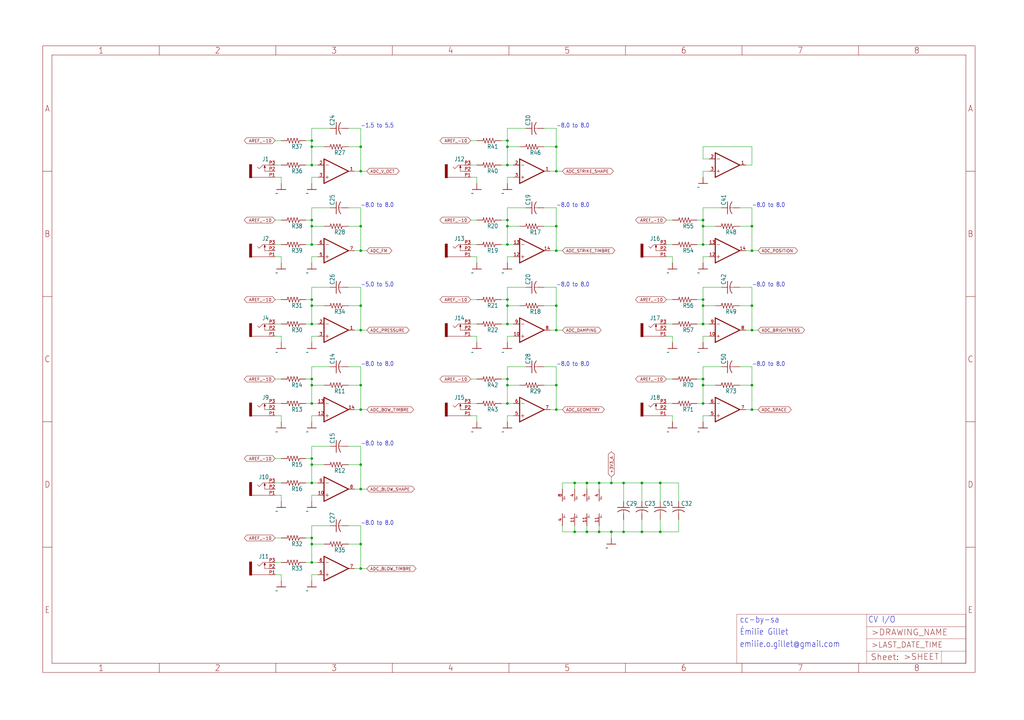
<source format=kicad_sch>
(kicad_sch (version 20211123) (generator eeschema)
  (paper "User" 425.45 299.161)
  (lib_symbols
    (symbol "elements_v02-eagle-import:A3L-LOC"
      (symbol "A3L-LOC_0_0"
        (text "1" (at 24.2094 1.905 0) (effects (font (size 2.54 2.286))))
        (text "1" (at 24.2094 258.445 0) (effects (font (size 2.54 2.286))))
        (text "2" (at 72.6281 1.905 0) (effects (font (size 2.54 2.286))))
        (text "2" (at 72.6281 258.445 0) (effects (font (size 2.54 2.286))))
        (text "3" (at 121.0469 1.905 0) (effects (font (size 2.54 2.286))))
        (text "3" (at 121.0469 258.445 0) (effects (font (size 2.54 2.286))))
        (text "4" (at 169.4656 1.905 0) (effects (font (size 2.54 2.286))))
        (text "4" (at 169.4656 258.445 0) (effects (font (size 2.54 2.286))))
        (text "5" (at 217.8844 1.905 0) (effects (font (size 2.54 2.286))))
        (text "5" (at 217.8844 258.445 0) (effects (font (size 2.54 2.286))))
        (text "6" (at 266.3031 1.905 0) (effects (font (size 2.54 2.286))))
        (text "6" (at 266.3031 258.445 0) (effects (font (size 2.54 2.286))))
        (text "7" (at 314.7219 1.905 0) (effects (font (size 2.54 2.286))))
        (text "7" (at 314.7219 258.445 0) (effects (font (size 2.54 2.286))))
        (text "8" (at 363.1406 1.905 0) (effects (font (size 2.54 2.286))))
        (text "8" (at 363.1406 258.445 0) (effects (font (size 2.54 2.286))))
        (text "A" (at 1.905 234.315 0) (effects (font (size 2.54 2.286))))
        (text "A" (at 385.445 234.315 0) (effects (font (size 2.54 2.286))))
        (text "B" (at 1.905 182.245 0) (effects (font (size 2.54 2.286))))
        (text "B" (at 385.445 182.245 0) (effects (font (size 2.54 2.286))))
        (text "C" (at 1.905 130.175 0) (effects (font (size 2.54 2.286))))
        (text "C" (at 385.445 130.175 0) (effects (font (size 2.54 2.286))))
        (text "D" (at 1.905 78.105 0) (effects (font (size 2.54 2.286))))
        (text "D" (at 385.445 78.105 0) (effects (font (size 2.54 2.286))))
        (text "E" (at 1.905 26.035 0) (effects (font (size 2.54 2.286))))
        (text "E" (at 385.445 26.035 0) (effects (font (size 2.54 2.286))))
      )
      (symbol "A3L-LOC_1_0"
        (text ">DRAWING_NAME" (at 344.17 15.24 0) (effects (font (size 2.54 2.54)) (justify left bottom)))
        (text ">LAST_DATE_TIME" (at 344.17 10.16 0) (effects (font (size 2.286 2.286)) (justify left bottom)))
        (text ">SHEET" (at 357.505 5.08 0) (effects (font (size 2.54 2.54)) (justify left bottom)))
        (text "Sheet:" (at 343.916 4.953 0) (effects (font (size 2.54 2.54)) (justify left bottom)))
      )
    )
    (symbol "elements_v02-eagle-import:C-USC0603"
      (property "Reference" "C" (at 1.016 0.635 0))
      (property "Value" "C-USC0603" (at 1.016 -4.191 0))
      (symbol "C-USC0603_1_0"
        (pin passive line (at 0 2.54 270) (length 2.54) (name "1") (number "1"))
        (pin passive line (at 0 -5.08 90) (length 2.54) (name "2") (number "2"))
      )
    )
    (symbol "elements_v02-eagle-import:GND" (power)
      (property "Value" "GND" (at -2.54 -2.54 0))
      (symbol "GND_1_0"
        (pin power_in line (at 0 2.54 270) (length 2.54) (name "GND") (number "1"))
      )
    )
    (symbol "elements_v02-eagle-import:PJ301_THONKICONN6"
      (property "Reference" "J" (at -2.54 4.064 0))
      (symbol "PJ301_THONKICONN6_1_0"
        (pin passive line (at -5.08 -2.54 0) (length 2.54) (name "1") (number "P1"))
        (pin passive line (at -5.08 0 0) (length 2.54) (name "2") (number "P2"))
        (pin passive line (at -5.08 2.54 0) (length 2.54) (name "3") (number "P3"))
      )
    )
    (symbol "elements_v02-eagle-import:R-US_R0603"
      (property "Reference" "R" (at -3.81 1.4986 0))
      (property "Value" "R-US_R0603" (at -3.81 -3.302 0))
      (symbol "R-US_R0603_1_0"
        (pin passive line (at -5.08 0 0) (length 2.54) (name "1") (number "1"))
        (pin passive line (at 5.08 0 180) (length 2.54) (name "2") (number "2"))
      )
    )
    (symbol "elements_v02-eagle-import:TL072D"
      (symbol "TL072D_1_0"
        (pin output line (at 7.62 0 180) (length 2.54) (name "OUT") (number "1"))
        (pin input line (at -7.62 -2.54 0) (length 2.54) (name "-IN") (number "2"))
        (pin input line (at -7.62 2.54 0) (length 2.54) (name "+IN") (number "3"))
      )
      (symbol "TL072D_2_0"
        (pin input line (at -7.62 2.54 0) (length 2.54) (name "+IN") (number "5"))
        (pin input line (at -7.62 -2.54 0) (length 2.54) (name "-IN") (number "6"))
        (pin output line (at 7.62 0 180) (length 2.54) (name "OUT") (number "7"))
      )
      (symbol "TL072D_3_0"
        (text "V+" (at 1.27 3.175 900) (effects (font (size 0.8128 0.6908)) (justify left bottom)))
        (text "V-" (at 1.27 -4.445 900) (effects (font (size 0.8128 0.6908)) (justify left bottom)))
        (pin power_in line (at 0 -7.62 90) (length 5.08) (name "V-") (number "4"))
        (pin power_in line (at 0 7.62 270) (length 5.08) (name "V+") (number "8"))
      )
    )
    (symbol "elements_v02-eagle-import:TL074D"
      (symbol "TL074D_1_0"
        (pin output line (at 7.62 0 180) (length 2.54) (name "OUT") (number "1"))
        (pin input line (at -7.62 -2.54 0) (length 2.54) (name "-IN") (number "2"))
        (pin input line (at -7.62 2.54 0) (length 2.54) (name "+IN") (number "3"))
      )
      (symbol "TL074D_2_0"
        (pin input line (at -7.62 2.54 0) (length 2.54) (name "+IN") (number "5"))
        (pin input line (at -7.62 -2.54 0) (length 2.54) (name "-IN") (number "6"))
        (pin output line (at 7.62 0 180) (length 2.54) (name "OUT") (number "7"))
      )
      (symbol "TL074D_3_0"
        (pin input line (at -7.62 2.54 0) (length 2.54) (name "+IN") (number "10"))
        (pin output line (at 7.62 0 180) (length 2.54) (name "OUT") (number "8"))
        (pin input line (at -7.62 -2.54 0) (length 2.54) (name "-IN") (number "9"))
      )
      (symbol "TL074D_4_0"
        (pin input line (at -7.62 2.54 0) (length 2.54) (name "+IN") (number "12"))
        (pin input line (at -7.62 -2.54 0) (length 2.54) (name "-IN") (number "13"))
        (pin output line (at 7.62 0 180) (length 2.54) (name "OUT") (number "14"))
      )
      (symbol "TL074D_5_0"
        (text "V+" (at 1.27 3.175 900) (effects (font (size 0.8128 0.6908)) (justify left bottom)))
        (text "V-" (at 1.27 -4.445 900) (effects (font (size 0.8128 0.6908)) (justify left bottom)))
        (pin power_in line (at 0 -7.62 90) (length 5.08) (name "V-") (number "11"))
        (pin power_in line (at 0 7.62 270) (length 5.08) (name "V+") (number "4"))
      )
    )
  )
  (junction (at 129.54 91.44))
  (junction (at 129.54 233.68))
  (junction (at 210.82 60.96))
  (junction (at 129.54 226.06))
  (junction (at 129.54 134.62))
  (junction (at 259.08 200.66))
  (junction (at 129.54 157.48))
  (junction (at 129.54 200.66))
  (junction (at 292.1 167.64))
  (junction (at 149.86 226.06))
  (junction (at 129.54 190.5))
  (junction (at 312.42 93.98))
  (junction (at 210.82 157.48))
  (junction (at 238.76 200.66))
  (junction (at 210.82 68.58))
  (junction (at 312.42 170.18))
  (junction (at 129.54 101.6))
  (junction (at 149.86 71.12))
  (junction (at 129.54 160.02))
  (junction (at 149.86 170.18))
  (junction (at 231.14 127))
  (junction (at 210.82 93.98))
  (junction (at 210.82 127))
  (junction (at 129.54 127))
  (junction (at 149.86 137.16))
  (junction (at 231.14 60.96))
  (junction (at 259.08 220.98))
  (junction (at 210.82 58.42))
  (junction (at 210.82 167.64))
  (junction (at 149.86 236.22))
  (junction (at 149.86 193.04))
  (junction (at 129.54 167.64))
  (junction (at 231.14 170.18))
  (junction (at 210.82 101.6))
  (junction (at 292.1 134.62))
  (junction (at 292.1 91.44))
  (junction (at 149.86 93.98))
  (junction (at 149.86 127))
  (junction (at 149.86 104.14))
  (junction (at 129.54 124.46))
  (junction (at 210.82 91.44))
  (junction (at 231.14 71.12))
  (junction (at 243.84 200.66))
  (junction (at 254 200.66))
  (junction (at 243.84 220.98))
  (junction (at 231.14 137.16))
  (junction (at 231.14 160.02))
  (junction (at 254 220.98))
  (junction (at 248.92 220.98))
  (junction (at 129.54 93.98))
  (junction (at 129.54 223.52))
  (junction (at 292.1 101.6))
  (junction (at 312.42 104.14))
  (junction (at 248.92 200.66))
  (junction (at 149.86 203.2))
  (junction (at 292.1 93.98))
  (junction (at 129.54 60.96))
  (junction (at 274.32 220.98))
  (junction (at 312.42 137.16))
  (junction (at 266.7 220.98))
  (junction (at 231.14 93.98))
  (junction (at 274.32 200.66))
  (junction (at 292.1 124.46))
  (junction (at 149.86 160.02))
  (junction (at 238.76 220.98))
  (junction (at 129.54 193.04))
  (junction (at 231.14 104.14))
  (junction (at 292.1 160.02))
  (junction (at 312.42 160.02))
  (junction (at 129.54 68.58))
  (junction (at 312.42 127))
  (junction (at 292.1 127))
  (junction (at 210.82 134.62))
  (junction (at 149.86 60.96))
  (junction (at 266.7 200.66))
  (junction (at 129.54 58.42))
  (junction (at 210.82 160.02))
  (junction (at 210.82 124.46))
  (junction (at 292.1 157.48))
  (wire (pts (xy 276.86 101.6) (xy 279.4 101.6)))
  (wire (pts (xy 312.42 60.96) (xy 312.42 68.58)))
  (wire (pts (xy 274.32 200.66) (xy 274.32 208.28)))
  (wire (pts (xy 195.58 134.62) (xy 198.12 134.62)))
  (wire (pts (xy 312.42 137.16) (xy 314.96 137.16)))
  (wire (pts (xy 226.06 60.96) (xy 231.14 60.96)))
  (wire (pts (xy 127 233.68) (xy 129.54 233.68)))
  (wire (pts (xy 231.14 60.96) (xy 231.14 71.12)))
  (wire (pts (xy 233.68 220.98) (xy 238.76 220.98)))
  (wire (pts (xy 276.86 134.62) (xy 279.4 134.62)))
  (wire (pts (xy 307.34 86.36) (xy 312.42 86.36)))
  (wire (pts (xy 243.84 200.66) (xy 248.92 200.66)))
  (wire (pts (xy 289.56 167.64) (xy 292.1 167.64)))
  (wire (pts (xy 149.86 60.96) (xy 149.86 71.12)))
  (wire (pts (xy 231.14 93.98) (xy 231.14 104.14)))
  (wire (pts (xy 132.08 172.72) (xy 129.54 172.72)))
  (wire (pts (xy 195.58 106.68) (xy 198.12 106.68)))
  (wire (pts (xy 238.76 218.44) (xy 238.76 220.98)))
  (wire (pts (xy 198.12 172.72) (xy 198.12 175.26)))
  (wire (pts (xy 254 200.66) (xy 254 198.12)))
  (wire (pts (xy 116.84 157.48) (xy 114.3 157.48)))
  (wire (pts (xy 144.78 160.02) (xy 149.86 160.02)))
  (wire (pts (xy 129.54 160.02) (xy 129.54 167.64)))
  (wire (pts (xy 292.1 101.6) (xy 294.64 101.6)))
  (wire (pts (xy 292.1 71.12) (xy 292.1 73.66)))
  (wire (pts (xy 248.92 203.2) (xy 248.92 200.66)))
  (wire (pts (xy 114.3 124.46) (xy 116.84 124.46)))
  (wire (pts (xy 149.86 203.2) (xy 152.4 203.2)))
  (wire (pts (xy 312.42 137.16) (xy 309.88 137.16)))
  (wire (pts (xy 144.78 127) (xy 149.86 127)))
  (wire (pts (xy 149.86 226.06) (xy 149.86 236.22)))
  (wire (pts (xy 231.14 137.16) (xy 228.6 137.16)))
  (wire (pts (xy 292.1 124.46) (xy 292.1 127)))
  (wire (pts (xy 312.42 170.18) (xy 309.88 170.18)))
  (wire (pts (xy 127 124.46) (xy 129.54 124.46)))
  (wire (pts (xy 114.3 106.68) (xy 116.84 106.68)))
  (wire (pts (xy 292.1 139.7) (xy 292.1 142.24)))
  (wire (pts (xy 116.84 106.68) (xy 116.84 109.22)))
  (wire (pts (xy 210.82 86.36) (xy 210.82 91.44)))
  (wire (pts (xy 231.14 104.14) (xy 233.68 104.14)))
  (wire (pts (xy 248.92 218.44) (xy 248.92 220.98)))
  (wire (pts (xy 129.54 226.06) (xy 129.54 233.68)))
  (wire (pts (xy 213.36 73.66) (xy 210.82 73.66)))
  (wire (pts (xy 218.44 86.36) (xy 210.82 86.36)))
  (wire (pts (xy 129.54 152.4) (xy 129.54 157.48)))
  (wire (pts (xy 208.28 101.6) (xy 210.82 101.6)))
  (wire (pts (xy 215.9 160.02) (xy 210.82 160.02)))
  (wire (pts (xy 127 101.6) (xy 129.54 101.6)))
  (wire (pts (xy 238.76 203.2) (xy 238.76 200.66)))
  (wire (pts (xy 226.06 53.34) (xy 231.14 53.34)))
  (wire (pts (xy 134.62 226.06) (xy 129.54 226.06)))
  (wire (pts (xy 129.54 193.04) (xy 129.54 200.66)))
  (wire (pts (xy 149.86 127) (xy 149.86 137.16)))
  (wire (pts (xy 292.1 127) (xy 292.1 134.62)))
  (wire (pts (xy 134.62 127) (xy 129.54 127)))
  (wire (pts (xy 210.82 127) (xy 210.82 134.62)))
  (wire (pts (xy 292.1 160.02) (xy 292.1 167.64)))
  (wire (pts (xy 137.16 53.34) (xy 129.54 53.34)))
  (wire (pts (xy 292.1 91.44) (xy 292.1 93.98)))
  (wire (pts (xy 210.82 58.42) (xy 210.82 60.96)))
  (wire (pts (xy 114.3 233.68) (xy 116.84 233.68)))
  (wire (pts (xy 274.32 220.98) (xy 281.94 220.98)))
  (wire (pts (xy 210.82 68.58) (xy 213.36 68.58)))
  (wire (pts (xy 266.7 220.98) (xy 266.7 215.9)))
  (wire (pts (xy 233.68 200.66) (xy 238.76 200.66)))
  (wire (pts (xy 116.84 139.7) (xy 116.84 142.24)))
  (wire (pts (xy 213.36 172.72) (xy 210.82 172.72)))
  (wire (pts (xy 259.08 220.98) (xy 266.7 220.98)))
  (wire (pts (xy 259.08 200.66) (xy 266.7 200.66)))
  (wire (pts (xy 231.14 137.16) (xy 233.68 137.16)))
  (wire (pts (xy 127 157.48) (xy 129.54 157.48)))
  (wire (pts (xy 289.56 124.46) (xy 292.1 124.46)))
  (wire (pts (xy 231.14 53.34) (xy 231.14 60.96)))
  (wire (pts (xy 149.86 170.18) (xy 152.4 170.18)))
  (wire (pts (xy 292.1 167.64) (xy 294.64 167.64)))
  (wire (pts (xy 208.28 91.44) (xy 210.82 91.44)))
  (wire (pts (xy 254 220.98) (xy 259.08 220.98)))
  (wire (pts (xy 132.08 73.66) (xy 129.54 73.66)))
  (wire (pts (xy 210.82 101.6) (xy 213.36 101.6)))
  (wire (pts (xy 294.64 139.7) (xy 292.1 139.7)))
  (wire (pts (xy 248.92 200.66) (xy 254 200.66)))
  (wire (pts (xy 114.3 139.7) (xy 116.84 139.7)))
  (wire (pts (xy 134.62 93.98) (xy 129.54 93.98)))
  (wire (pts (xy 274.32 200.66) (xy 281.94 200.66)))
  (wire (pts (xy 149.86 160.02) (xy 149.86 170.18)))
  (wire (pts (xy 297.18 160.02) (xy 292.1 160.02)))
  (wire (pts (xy 312.42 160.02) (xy 312.42 170.18)))
  (wire (pts (xy 210.82 60.96) (xy 210.82 68.58)))
  (wire (pts (xy 129.54 73.66) (xy 129.54 76.2)))
  (wire (pts (xy 149.86 236.22) (xy 147.32 236.22)))
  (wire (pts (xy 114.3 200.66) (xy 116.84 200.66)))
  (wire (pts (xy 312.42 86.36) (xy 312.42 93.98)))
  (wire (pts (xy 279.4 157.48) (xy 276.86 157.48)))
  (wire (pts (xy 210.82 53.34) (xy 210.82 58.42)))
  (wire (pts (xy 243.84 203.2) (xy 243.84 200.66)))
  (wire (pts (xy 129.54 124.46) (xy 129.54 127)))
  (wire (pts (xy 276.86 91.44) (xy 279.4 91.44)))
  (wire (pts (xy 312.42 104.14) (xy 309.88 104.14)))
  (wire (pts (xy 149.86 104.14) (xy 152.4 104.14)))
  (wire (pts (xy 127 134.62) (xy 129.54 134.62)))
  (wire (pts (xy 149.86 119.38) (xy 149.86 127)))
  (wire (pts (xy 198.12 73.66) (xy 198.12 76.2)))
  (wire (pts (xy 129.54 58.42) (xy 129.54 60.96)))
  (wire (pts (xy 215.9 93.98) (xy 210.82 93.98)))
  (wire (pts (xy 134.62 193.04) (xy 129.54 193.04)))
  (wire (pts (xy 307.34 93.98) (xy 312.42 93.98)))
  (wire (pts (xy 114.3 73.66) (xy 116.84 73.66)))
  (wire (pts (xy 127 91.44) (xy 129.54 91.44)))
  (wire (pts (xy 144.78 53.34) (xy 149.86 53.34)))
  (wire (pts (xy 312.42 127) (xy 312.42 137.16)))
  (wire (pts (xy 129.54 223.52) (xy 129.54 226.06)))
  (wire (pts (xy 226.06 93.98) (xy 231.14 93.98)))
  (wire (pts (xy 144.78 226.06) (xy 149.86 226.06)))
  (wire (pts (xy 134.62 60.96) (xy 129.54 60.96)))
  (wire (pts (xy 281.94 220.98) (xy 281.94 215.9)))
  (wire (pts (xy 144.78 218.44) (xy 149.86 218.44)))
  (wire (pts (xy 231.14 71.12) (xy 233.68 71.12)))
  (wire (pts (xy 307.34 127) (xy 312.42 127)))
  (wire (pts (xy 210.82 157.48) (xy 210.82 160.02)))
  (wire (pts (xy 129.54 190.5) (xy 129.54 193.04)))
  (wire (pts (xy 208.28 58.42) (xy 210.82 58.42)))
  (wire (pts (xy 210.82 91.44) (xy 210.82 93.98)))
  (wire (pts (xy 266.7 200.66) (xy 274.32 200.66)))
  (wire (pts (xy 276.86 167.64) (xy 279.4 167.64)))
  (wire (pts (xy 116.84 73.66) (xy 116.84 76.2)))
  (wire (pts (xy 149.86 236.22) (xy 152.4 236.22)))
  (wire (pts (xy 127 167.64) (xy 129.54 167.64)))
  (wire (pts (xy 279.4 106.68) (xy 279.4 109.22)))
  (wire (pts (xy 208.28 157.48) (xy 210.82 157.48)))
  (wire (pts (xy 149.86 193.04) (xy 149.86 203.2)))
  (wire (pts (xy 129.54 127) (xy 129.54 134.62)))
  (wire (pts (xy 274.32 220.98) (xy 274.32 215.9)))
  (wire (pts (xy 137.16 86.36) (xy 129.54 86.36)))
  (wire (pts (xy 226.06 152.4) (xy 231.14 152.4)))
  (wire (pts (xy 132.08 106.68) (xy 129.54 106.68)))
  (wire (pts (xy 134.62 160.02) (xy 129.54 160.02)))
  (wire (pts (xy 116.84 238.76) (xy 116.84 241.3)))
  (wire (pts (xy 276.86 124.46) (xy 279.4 124.46)))
  (wire (pts (xy 218.44 119.38) (xy 210.82 119.38)))
  (wire (pts (xy 129.54 134.62) (xy 132.08 134.62)))
  (wire (pts (xy 312.42 104.14) (xy 314.96 104.14)))
  (wire (pts (xy 233.68 203.2) (xy 233.68 200.66)))
  (wire (pts (xy 243.84 218.44) (xy 243.84 220.98)))
  (wire (pts (xy 259.08 215.9) (xy 259.08 220.98)))
  (wire (pts (xy 114.3 190.5) (xy 116.84 190.5)))
  (wire (pts (xy 129.54 157.48) (xy 129.54 160.02)))
  (wire (pts (xy 292.1 157.48) (xy 292.1 160.02)))
  (wire (pts (xy 208.28 134.62) (xy 210.82 134.62)))
  (wire (pts (xy 231.14 119.38) (xy 231.14 127)))
  (wire (pts (xy 213.36 106.68) (xy 210.82 106.68)))
  (wire (pts (xy 114.3 223.52) (xy 116.84 223.52)))
  (wire (pts (xy 195.58 58.42) (xy 198.12 58.42)))
  (wire (pts (xy 254 220.98) (xy 254 223.52)))
  (wire (pts (xy 281.94 200.66) (xy 281.94 208.28)))
  (wire (pts (xy 129.54 185.42) (xy 129.54 190.5)))
  (wire (pts (xy 127 200.66) (xy 129.54 200.66)))
  (wire (pts (xy 149.86 93.98) (xy 149.86 104.14)))
  (wire (pts (xy 312.42 68.58) (xy 309.88 68.58)))
  (wire (pts (xy 218.44 53.34) (xy 210.82 53.34)))
  (wire (pts (xy 127 58.42) (xy 129.54 58.42)))
  (wire (pts (xy 129.54 53.34) (xy 129.54 58.42)))
  (wire (pts (xy 266.7 200.66) (xy 266.7 208.28)))
  (wire (pts (xy 129.54 139.7) (xy 129.54 142.24)))
  (wire (pts (xy 259.08 200.66) (xy 259.08 208.28)))
  (wire (pts (xy 114.3 172.72) (xy 116.84 172.72)))
  (wire (pts (xy 312.42 93.98) (xy 312.42 104.14)))
  (wire (pts (xy 231.14 71.12) (xy 228.6 71.12)))
  (wire (pts (xy 137.16 185.42) (xy 129.54 185.42)))
  (wire (pts (xy 129.54 200.66) (xy 132.08 200.66)))
  (wire (pts (xy 218.44 152.4) (xy 210.82 152.4)))
  (wire (pts (xy 114.3 91.44) (xy 116.84 91.44)))
  (wire (pts (xy 215.9 127) (xy 210.82 127)))
  (wire (pts (xy 210.82 134.62) (xy 213.36 134.62)))
  (wire (pts (xy 195.58 73.66) (xy 198.12 73.66)))
  (wire (pts (xy 198.12 106.68) (xy 198.12 109.22)))
  (wire (pts (xy 243.84 220.98) (xy 248.92 220.98)))
  (wire (pts (xy 292.1 119.38) (xy 292.1 124.46)))
  (wire (pts (xy 149.86 71.12) (xy 152.4 71.12)))
  (wire (pts (xy 210.82 119.38) (xy 210.82 124.46)))
  (wire (pts (xy 307.34 152.4) (xy 312.42 152.4)))
  (wire (pts (xy 231.14 170.18) (xy 228.6 170.18)))
  (wire (pts (xy 116.84 205.74) (xy 116.84 208.28)))
  (wire (pts (xy 137.16 119.38) (xy 129.54 119.38)))
  (wire (pts (xy 294.64 172.72) (xy 292.1 172.72)))
  (wire (pts (xy 233.68 218.44) (xy 233.68 220.98)))
  (wire (pts (xy 195.58 172.72) (xy 198.12 172.72)))
  (wire (pts (xy 292.1 66.04) (xy 292.1 60.96)))
  (wire (pts (xy 231.14 86.36) (xy 231.14 93.98)))
  (wire (pts (xy 208.28 167.64) (xy 210.82 167.64)))
  (wire (pts (xy 292.1 152.4) (xy 292.1 157.48)))
  (wire (pts (xy 294.64 66.04) (xy 292.1 66.04)))
  (wire (pts (xy 195.58 139.7) (xy 198.12 139.7)))
  (wire (pts (xy 149.86 137.16) (xy 147.32 137.16)))
  (wire (pts (xy 210.82 172.72) (xy 210.82 175.26)))
  (wire (pts (xy 213.36 139.7) (xy 210.82 139.7)))
  (wire (pts (xy 208.28 124.46) (xy 210.82 124.46)))
  (wire (pts (xy 114.3 205.74) (xy 116.84 205.74)))
  (wire (pts (xy 210.82 167.64) (xy 213.36 167.64)))
  (wire (pts (xy 144.78 86.36) (xy 149.86 86.36)))
  (wire (pts (xy 149.86 152.4) (xy 149.86 160.02)))
  (wire (pts (xy 294.64 71.12) (xy 292.1 71.12)))
  (wire (pts (xy 195.58 101.6) (xy 198.12 101.6)))
  (wire (pts (xy 144.78 93.98) (xy 149.86 93.98)))
  (wire (pts (xy 114.3 101.6) (xy 116.84 101.6)))
  (wire (pts (xy 129.54 60.96) (xy 129.54 68.58)))
  (wire (pts (xy 292.1 86.36) (xy 292.1 91.44)))
  (wire (pts (xy 238.76 220.98) (xy 243.84 220.98)))
  (wire (pts (xy 210.82 152.4) (xy 210.82 157.48)))
  (wire (pts (xy 210.82 160.02) (xy 210.82 167.64)))
  (wire (pts (xy 149.86 53.34) (xy 149.86 60.96)))
  (wire (pts (xy 231.14 160.02) (xy 231.14 170.18)))
  (wire (pts (xy 226.06 160.02) (xy 231.14 160.02)))
  (wire (pts (xy 292.1 172.72) (xy 292.1 175.26)))
  (wire (pts (xy 289.56 157.48) (xy 292.1 157.48)))
  (wire (pts (xy 231.14 170.18) (xy 233.68 170.18)))
  (wire (pts (xy 114.3 58.42) (xy 116.84 58.42)))
  (wire (pts (xy 149.86 203.2) (xy 147.32 203.2)))
  (wire (pts (xy 312.42 170.18) (xy 314.96 170.18)))
  (wire (pts (xy 195.58 91.44) (xy 198.12 91.44)))
  (wire (pts (xy 127 190.5) (xy 129.54 190.5)))
  (wire (pts (xy 210.82 93.98) (xy 210.82 101.6)))
  (wire (pts (xy 127 68.58) (xy 129.54 68.58)))
  (wire (pts (xy 289.56 134.62) (xy 292.1 134.62)))
  (wire (pts (xy 231.14 127) (xy 231.14 137.16)))
  (wire (pts (xy 144.78 185.42) (xy 149.86 185.42)))
  (wire (pts (xy 307.34 119.38) (xy 312.42 119.38)))
  (wire (pts (xy 238.76 200.66) (xy 243.84 200.66)))
  (wire (pts (xy 210.82 106.68) (xy 210.82 109.22)))
  (wire (pts (xy 132.08 205.74) (xy 129.54 205.74)))
  (wire (pts (xy 231.14 104.14) (xy 228.6 104.14)))
  (wire (pts (xy 144.78 152.4) (xy 149.86 152.4)))
  (wire (pts (xy 129.54 238.76) (xy 129.54 241.3)))
  (wire (pts (xy 129.54 93.98) (xy 129.54 101.6)))
  (wire (pts (xy 149.86 170.18) (xy 147.32 170.18)))
  (wire (pts (xy 279.4 139.7) (xy 279.4 142.24)))
  (wire (pts (xy 149.86 104.14) (xy 147.32 104.14)))
  (wire (pts (xy 208.28 68.58) (xy 210.82 68.58)))
  (wire (pts (xy 210.82 124.46) (xy 210.82 127)))
  (wire (pts (xy 149.86 71.12) (xy 147.32 71.12)))
  (wire (pts (xy 210.82 139.7) (xy 210.82 142.24)))
  (wire (pts (xy 137.16 152.4) (xy 129.54 152.4)))
  (wire (pts (xy 226.06 86.36) (xy 231.14 86.36)))
  (wire (pts (xy 292.1 60.96) (xy 312.42 60.96)))
  (wire (pts (xy 226.06 119.38) (xy 231.14 119.38)))
  (wire (pts (xy 292.1 93.98) (xy 292.1 101.6)))
  (wire (pts (xy 297.18 127) (xy 292.1 127)))
  (wire (pts (xy 279.4 172.72) (xy 279.4 175.26)))
  (wire (pts (xy 198.12 139.7) (xy 198.12 142.24)))
  (wire (pts (xy 299.72 86.36) (xy 292.1 86.36)))
  (wire (pts (xy 254 200.66) (xy 259.08 200.66)))
  (wire (pts (xy 226.06 127) (xy 231.14 127)))
  (wire (pts (xy 129.54 205.74) (xy 129.54 208.28)))
  (wire (pts (xy 297.18 93.98) (xy 292.1 93.98)))
  (wire (pts (xy 129.54 86.36) (xy 129.54 91.44)))
  (wire (pts (xy 129.54 119.38) (xy 129.54 124.46)))
  (wire (pts (xy 127 223.52) (xy 129.54 223.52)))
  (wire (pts (xy 195.58 157.48) (xy 198.12 157.48)))
  (wire (pts (xy 312.42 119.38) (xy 312.42 127)))
  (wire (pts (xy 129.54 218.44) (xy 129.54 223.52)))
  (wire (pts (xy 137.16 218.44) (xy 129.54 218.44)))
  (wire (pts (xy 129.54 68.58) (xy 132.08 68.58)))
  (wire (pts (xy 114.3 68.58) (xy 116.84 68.58)))
  (wire (pts (xy 307.34 160.02) (xy 312.42 160.02)))
  (wire (pts (xy 215.9 60.96) (xy 210.82 60.96)))
  (wire (pts (xy 294.64 106.68) (xy 292.1 106.68)))
  (wire (pts (xy 312.42 152.4) (xy 312.42 160.02)))
  (wire (pts (xy 231.14 152.4) (xy 231.14 160.02)))
  (wire (pts (xy 132.08 238.76) (xy 129.54 238.76)))
  (wire (pts (xy 266.7 220.98) (xy 274.32 220.98)))
  (wire (pts (xy 149.86 218.44) (xy 149.86 226.06)))
  (wire (pts (xy 149.86 86.36) (xy 149.86 93.98)))
  (wire (pts (xy 114.3 238.76) (xy 116.84 238.76)))
  (wire (pts (xy 114.3 167.64) (xy 116.84 167.64)))
  (wire (pts (xy 144.78 193.04) (xy 149.86 193.04)))
  (wire (pts (xy 129.54 91.44) (xy 129.54 93.98)))
  (wire (pts (xy 129.54 106.68) (xy 129.54 109.22)))
  (wire (pts (xy 114.3 134.62) (xy 116.84 134.62)))
  (wire (pts (xy 129.54 101.6) (xy 132.08 101.6)))
  (wire (pts (xy 144.78 60.96) (xy 149.86 60.96)))
  (wire (pts (xy 129.54 233.68) (xy 132.08 233.68)))
  (wire (pts (xy 299.72 152.4) (xy 292.1 152.4)))
  (wire (pts (xy 292.1 134.62) (xy 294.64 134.62)))
  (wire (pts (xy 195.58 68.58) (xy 198.12 68.58)))
  (wire (pts (xy 198.12 124.46) (xy 195.58 124.46)))
  (wire (pts (xy 276.86 106.68) (xy 279.4 106.68)))
  (wire (pts (xy 132.08 139.7) (xy 129.54 139.7)))
  (wire (pts (xy 248.92 220.98) (xy 254 220.98)))
  (wire (pts (xy 116.84 172.72) (xy 116.84 175.26)))
  (wire (pts (xy 289.56 91.44) (xy 292.1 91.44)))
  (wire (pts (xy 129.54 172.72) (xy 129.54 175.26)))
  (wire (pts (xy 276.86 139.7) (xy 279.4 139.7)))
  (wire (pts (xy 195.58 167.64) (xy 198.12 167.64)))
  (wire (pts (xy 129.54 167.64) (xy 132.08 167.64)))
  (wire (pts (xy 289.56 101.6) (xy 292.1 101.6)))
  (wire (pts (xy 276.86 172.72) (xy 279.4 172.72)))
  (wire (pts (xy 149.86 185.42) (xy 149.86 193.04)))
  (wire (pts (xy 149.86 137.16) (xy 152.4 137.16)))
  (wire (pts (xy 292.1 106.68) (xy 292.1 109.22)))
  (wire (pts (xy 144.78 119.38) (xy 149.86 119.38)))
  (wire (pts (xy 210.82 73.66) (xy 210.82 76.2)))
  (wire (pts (xy 299.72 119.38) (xy 292.1 119.38)))
  (text "-8.0 to 8.0" (at 149.86 152.4 180) (effects (font (size 1.778 1.5113)) (justify left bottom)))
  (text "-8.0 to 8.0" (at 312.42 152.4 180) (effects (font (size 1.778 1.5113)) (justify left bottom)))
  (text "-8.0 to 8.0" (at 149.86 218.44 180) (effects (font (size 1.778 1.5113)) (justify left bottom)))
  (text "-8.0 to 8.0" (at 149.86 185.42 180) (effects (font (size 1.778 1.5113)) (justify left bottom)))
  (text "Émilie Gillet" (at 307.34 264.16 180) (effects (font (size 2.54 2.159)) (justify left bottom)))
  (text "-5.0 to 5.0" (at 149.86 119.38 180) (effects (font (size 1.778 1.5113)) (justify left bottom)))
  (text "-8.0 to 8.0" (at 312.42 119.38 180) (effects (font (size 1.778 1.5113)) (justify left bottom)))
  (text "cc-by-sa" (at 307.34 259.08 180) (effects (font (size 2.54 2.159)) (justify left bottom)))
  (text "-8.0 to 8.0" (at 312.42 86.36 180) (effects (font (size 1.778 1.5113)) (justify left bottom)))
  (text "-8.0 to 8.0" (at 231.14 152.4 180) (effects (font (size 1.778 1.5113)) (justify left bottom)))
  (text "emilie.o.gillet@gmail.com" (at 307.34 269.24 180) (effects (font (size 2.54 2.159)) (justify left bottom)))
  (text "-8.0 to 8.0" (at 231.14 119.38 180) (effects (font (size 1.778 1.5113)) (justify left bottom)))
  (text "CV I/O" (at 360.68 259.08 180) (effects (font (size 2.54 2.159)) (justify left bottom)))
  (text "-8.0 to 8.0" (at 149.86 86.36 180) (effects (font (size 1.778 1.5113)) (justify left bottom)))
  (text "-8.0 to 8.0" (at 231.14 86.36 180) (effects (font (size 1.778 1.5113)) (justify left bottom)))
  (text "-8.0 to 8.0" (at 231.14 53.34 180) (effects (font (size 1.778 1.5113)) (justify left bottom)))
  (text "-1.5 to 5.5" (at 149.86 53.34 180) (effects (font (size 1.778 1.5113)) (justify left bottom)))
  (global_label "AREF_-10" (shape bidirectional) (at 276.86 91.44 180) (effects (font (size 1.2446 1.2446))) (property "Intersheet References" "${INTERSHEET_REFS}" (effects hide)))
  (global_label "+3V3_A" (shape bidirectional) (at 254 198.12 90) (effects (font (size 1.2446 1.2446))) (property "Intersheet References" "${INTERSHEET_REFS}" (effects hide)))
  (global_label "ADC_BRIGHTNESS" (shape bidirectional) (at 314.96 137.16 0) (effects (font (size 1.2446 1.2446))) (property "Intersheet References" "${INTERSHEET_REFS}" (effects hide)))
  (global_label "ADC_GEOMETRY" (shape bidirectional) (at 233.68 170.18 0) (effects (font (size 1.2446 1.2446))) (property "Intersheet References" "${INTERSHEET_REFS}" (effects hide)))
  (global_label "ADC_BLOW_SHAPE" (shape bidirectional) (at 152.4 203.2 0) (effects (font (size 1.2446 1.2446))) (property "Intersheet References" "${INTERSHEET_REFS}" (effects hide)))
  (global_label "ADC_BLOW_TIMBRE" (shape bidirectional) (at 152.4 236.22 0) (effects (font (size 1.2446 1.2446))) (property "Intersheet References" "${INTERSHEET_REFS}" (effects hide)))
  (global_label "ADC_V_OCT" (shape bidirectional) (at 152.4 71.12 0) (effects (font (size 1.2446 1.2446))) (property "Intersheet References" "${INTERSHEET_REFS}" (effects hide)))
  (global_label "ADC_DAMPING" (shape bidirectional) (at 233.68 137.16 0) (effects (font (size 1.2446 1.2446))) (property "Intersheet References" "${INTERSHEET_REFS}" (effects hide)))
  (global_label "ADC_FM" (shape bidirectional) (at 152.4 104.14 0) (effects (font (size 1.2446 1.2446))) (property "Intersheet References" "${INTERSHEET_REFS}" (effects hide)))
  (global_label "AREF_-10" (shape bidirectional) (at 276.86 124.46 180) (effects (font (size 1.2446 1.2446))) (property "Intersheet References" "${INTERSHEET_REFS}" (effects hide)))
  (global_label "AREF_-10" (shape bidirectional) (at 114.3 157.48 180) (effects (font (size 1.2446 1.2446))) (property "Intersheet References" "${INTERSHEET_REFS}" (effects hide)))
  (global_label "ADC_BOW_TIMBRE" (shape bidirectional) (at 152.4 170.18 0) (effects (font (size 1.2446 1.2446))) (property "Intersheet References" "${INTERSHEET_REFS}" (effects hide)))
  (global_label "ADC_POSITION" (shape bidirectional) (at 314.96 104.14 0) (effects (font (size 1.2446 1.2446))) (property "Intersheet References" "${INTERSHEET_REFS}" (effects hide)))
  (global_label "ADC_STRIKE_SHAPE" (shape bidirectional) (at 233.68 71.12 0) (effects (font (size 1.2446 1.2446))) (property "Intersheet References" "${INTERSHEET_REFS}" (effects hide)))
  (global_label "AREF_-10" (shape bidirectional) (at 114.3 190.5 180) (effects (font (size 1.2446 1.2446))) (property "Intersheet References" "${INTERSHEET_REFS}" (effects hide)))
  (global_label "ADC_STRIKE_TIMBRE" (shape bidirectional) (at 233.68 104.14 0) (effects (font (size 1.2446 1.2446))) (property "Intersheet References" "${INTERSHEET_REFS}" (effects hide)))
  (global_label "AREF_-10" (shape bidirectional) (at 195.58 91.44 180) (effects (font (size 1.2446 1.2446))) (property "Intersheet References" "${INTERSHEET_REFS}" (effects hide)))
  (global_label "AREF_-10" (shape bidirectional) (at 114.3 58.42 180) (effects (font (size 1.2446 1.2446))) (property "Intersheet References" "${INTERSHEET_REFS}" (effects hide)))
  (global_label "AREF_-10" (shape bidirectional) (at 114.3 124.46 180) (effects (font (size 1.2446 1.2446))) (property "Intersheet References" "${INTERSHEET_REFS}" (effects hide)))
  (global_label "ADC_SPACE" (shape bidirectional) (at 314.96 170.18 0) (effects (font (size 1.2446 1.2446))) (property "Intersheet References" "${INTERSHEET_REFS}" (effects hide)))
  (global_label "AREF_-10" (shape bidirectional) (at 276.86 157.48 180) (effects (font (size 1.2446 1.2446))) (property "Intersheet References" "${INTERSHEET_REFS}" (effects hide)))
  (global_label "AREF_-10" (shape bidirectional) (at 114.3 223.52 180) (effects (font (size 1.2446 1.2446))) (property "Intersheet References" "${INTERSHEET_REFS}" (effects hide)))
  (global_label "AREF_-10" (shape bidirectional) (at 195.58 124.46 180) (effects (font (size 1.2446 1.2446))) (property "Intersheet References" "${INTERSHEET_REFS}" (effects hide)))
  (global_label "AREF_-10" (shape bidirectional) (at 195.58 58.42 180) (effects (font (size 1.2446 1.2446))) (property "Intersheet References" "${INTERSHEET_REFS}" (effects hide)))
  (global_label "AREF_-10" (shape bidirectional) (at 114.3 91.44 180) (effects (font (size 1.2446 1.2446))) (property "Intersheet References" "${INTERSHEET_REFS}" (effects hide)))
  (global_label "AREF_-10" (shape bidirectional) (at 195.58 157.48 180) (effects (font (size 1.2446 1.2446))) (property "Intersheet References" "${INTERSHEET_REFS}" (effects hide)))
  (global_label "ADC_PRESSURE" (shape bidirectional) (at 152.4 137.16 0) (effects (font (size 1.2446 1.2446))) (property "Intersheet References" "${INTERSHEET_REFS}" (effects hide)))
  (symbol (lib_id "elements_v02-eagle-import:R-US_R0603") (at 121.92 167.64 180) (unit 1)
    (property "Reference" "R13" (at 125.73 169.1386 0) (effects (font (size 1.778 1.5113)) (justify left bottom)))
  )
  (symbol (lib_id "elements_v02-eagle-import:R-US_R0603") (at 284.48 124.46 180) (unit 1)
    (property "Reference" "R56" (at 288.29 125.9586 0) (effects (font (size 1.778 1.5113)) (justify left bottom)))
  )
  (symbol (lib_id "elements_v02-eagle-import:TL072D") (at 139.7 104.14 0) (mirror x) (unit 2)
    (property "Reference" "IC9" (effects hide))
  )
  (symbol (lib_id "elements_v02-eagle-import:GND") (at 116.84 111.76 0) (unit 1)
    (property "Reference" "#GND6" (effects hide))
  )
  (symbol (lib_id "elements_v02-eagle-import:TL074D") (at 220.98 104.14 0) (mirror x) (unit 4)
    (property "Reference" "IC7" (effects hide))
  )
  (symbol (lib_id "elements_v02-eagle-import:C-USC0603") (at 266.7 210.82 0) (unit 1)
    (property "Reference" "C23" (at 267.716 210.185 0) (effects (font (size 1.778 1.5113)) (justify left bottom)))
  )
  (symbol (lib_id "elements_v02-eagle-import:TL074D") (at 302.26 68.58 0) (mirror x) (unit 1)
    (property "Reference" "IC13" (effects hide))
  )
  (symbol (lib_id "elements_v02-eagle-import:GND") (at 129.54 210.82 0) (unit 1)
    (property "Reference" "#GND2" (effects hide))
  )
  (symbol (lib_id "elements_v02-eagle-import:R-US_R0603") (at 220.98 160.02 180) (unit 1)
    (property "Reference" "R29" (at 224.79 161.5186 0) (effects (font (size 1.778 1.5113)) (justify left bottom)))
  )
  (symbol (lib_id "elements_v02-eagle-import:GND") (at 129.54 111.76 0) (unit 1)
    (property "Reference" "#GND13" (effects hide))
  )
  (symbol (lib_id "elements_v02-eagle-import:GND") (at 254 226.06 0) (unit 1)
    (property "Reference" "#GND28" (effects hide))
  )
  (symbol (lib_id "elements_v02-eagle-import:R-US_R0603") (at 121.92 124.46 180) (unit 1)
    (property "Reference" "R31" (at 125.73 125.9586 0) (effects (font (size 1.778 1.5113)) (justify left bottom)))
  )
  (symbol (lib_id "elements_v02-eagle-import:R-US_R0603") (at 121.92 157.48 180) (unit 1)
    (property "Reference" "R14" (at 125.73 158.9786 0) (effects (font (size 1.778 1.5113)) (justify left bottom)))
  )
  (symbol (lib_id "elements_v02-eagle-import:R-US_R0603") (at 139.7 60.96 180) (unit 1)
    (property "Reference" "R27" (at 143.51 62.4586 0) (effects (font (size 1.778 1.5113)) (justify left bottom)))
  )
  (symbol (lib_id "elements_v02-eagle-import:C-USC0603") (at 139.7 185.42 90) (unit 1)
    (property "Reference" "C15" (at 139.065 184.404 0) (effects (font (size 1.778 1.5113)) (justify left bottom)))
  )
  (symbol (lib_id "elements_v02-eagle-import:GND") (at 116.84 78.74 0) (unit 1)
    (property "Reference" "#GND7" (effects hide))
  )
  (symbol (lib_id "elements_v02-eagle-import:GND") (at 198.12 177.8 0) (unit 1)
    (property "Reference" "#GND66" (effects hide))
  )
  (symbol (lib_id "elements_v02-eagle-import:R-US_R0603") (at 121.92 190.5 180) (unit 1)
    (property "Reference" "R15" (at 125.73 191.9986 0) (effects (font (size 1.778 1.5113)) (justify left bottom)))
  )
  (symbol (lib_id "elements_v02-eagle-import:R-US_R0603") (at 121.92 223.52 180) (unit 1)
    (property "Reference" "R32" (at 125.73 225.0186 0) (effects (font (size 1.778 1.5113)) (justify left bottom)))
  )
  (symbol (lib_id "elements_v02-eagle-import:R-US_R0603") (at 203.2 134.62 180) (unit 1)
    (property "Reference" "R22" (at 207.01 136.1186 0) (effects (font (size 1.778 1.5113)) (justify left bottom)))
  )
  (symbol (lib_id "elements_v02-eagle-import:R-US_R0603") (at 121.92 101.6 180) (unit 1)
    (property "Reference" "R39" (at 125.73 103.0986 0) (effects (font (size 1.778 1.5113)) (justify left bottom)))
  )
  (symbol (lib_id "elements_v02-eagle-import:GND") (at 210.82 177.8 0) (unit 1)
    (property "Reference" "#GND72" (effects hide))
  )
  (symbol (lib_id "elements_v02-eagle-import:R-US_R0603") (at 203.2 124.46 180) (unit 1)
    (property "Reference" "R21" (at 207.01 125.9586 0) (effects (font (size 1.778 1.5113)) (justify left bottom)))
  )
  (symbol (lib_id "elements_v02-eagle-import:GND") (at 292.1 144.78 0) (unit 1)
    (property "Reference" "#GND62" (effects hide))
  )
  (symbol (lib_id "elements_v02-eagle-import:R-US_R0603") (at 302.26 160.02 180) (unit 1)
    (property "Reference" "R73" (at 306.07 161.5186 0) (effects (font (size 1.778 1.5113)) (justify left bottom)))
  )
  (symbol (lib_id "elements_v02-eagle-import:R-US_R0603") (at 203.2 167.64 180) (unit 1)
    (property "Reference" "R43" (at 207.01 169.1386 0) (effects (font (size 1.778 1.5113)) (justify left bottom)))
  )
  (symbol (lib_id "elements_v02-eagle-import:R-US_R0603") (at 220.98 127 180) (unit 1)
    (property "Reference" "R18" (at 224.79 128.4986 0) (effects (font (size 1.778 1.5113)) (justify left bottom)))
  )
  (symbol (lib_id "elements_v02-eagle-import:GND") (at 129.54 78.74 0) (unit 1)
    (property "Reference" "#GND11" (effects hide))
  )
  (symbol (lib_id "elements_v02-eagle-import:R-US_R0603") (at 121.92 58.42 180) (unit 1)
    (property "Reference" "R37" (at 125.73 59.9186 0) (effects (font (size 1.778 1.5113)) (justify left bottom)))
  )
  (symbol (lib_id "elements_v02-eagle-import:C-USC0603") (at 302.26 119.38 90) (unit 1)
    (property "Reference" "C42" (at 301.625 118.364 0) (effects (font (size 1.778 1.5113)) (justify left bottom)))
  )
  (symbol (lib_id "elements_v02-eagle-import:C-USC0603") (at 281.94 210.82 0) (unit 1)
    (property "Reference" "C32" (at 282.956 210.185 0) (effects (font (size 1.778 1.5113)) (justify left bottom)))
  )
  (symbol (lib_id "elements_v02-eagle-import:C-USC0603") (at 139.7 119.38 90) (unit 1)
    (property "Reference" "C26" (at 139.065 118.364 0) (effects (font (size 1.778 1.5113)) (justify left bottom)))
  )
  (symbol (lib_id "elements_v02-eagle-import:PJ301_THONKICONN6") (at 190.5 71.12 0) (mirror y) (unit 1)
    (property "Reference" "J12" (at 193.04 67.056 0) (effects (font (size 1.778 1.5113)) (justify left bottom)))
  )
  (symbol (lib_id "elements_v02-eagle-import:R-US_R0603") (at 220.98 93.98 180) (unit 1)
    (property "Reference" "R17" (at 224.79 95.4786 0) (effects (font (size 1.778 1.5113)) (justify left bottom)))
  )
  (symbol (lib_id "elements_v02-eagle-import:R-US_R0603") (at 284.48 91.44 180) (unit 1)
    (property "Reference" "R55" (at 288.29 92.9386 0) (effects (font (size 1.778 1.5113)) (justify left bottom)))
  )
  (symbol (lib_id "elements_v02-eagle-import:PJ301_THONKICONN6") (at 109.22 236.22 0) (mirror y) (unit 1)
    (property "Reference" "J11" (at 111.76 232.156 0) (effects (font (size 1.778 1.5113)) (justify left bottom)))
  )
  (symbol (lib_id "elements_v02-eagle-import:GND") (at 116.84 177.8 0) (unit 1)
    (property "Reference" "#GND8" (effects hide))
  )
  (symbol (lib_id "elements_v02-eagle-import:R-US_R0603") (at 203.2 58.42 180) (unit 1)
    (property "Reference" "R41" (at 207.01 59.9186 0) (effects (font (size 1.778 1.5113)) (justify left bottom)))
  )
  (symbol (lib_id "elements_v02-eagle-import:C-USC0603") (at 139.7 152.4 90) (unit 1)
    (property "Reference" "C14" (at 139.065 151.384 0) (effects (font (size 1.778 1.5113)) (justify left bottom)))
  )
  (symbol (lib_id "elements_v02-eagle-import:R-US_R0603") (at 139.7 160.02 180) (unit 1)
    (property "Reference" "R11" (at 143.51 161.5186 0) (effects (font (size 1.778 1.5113)) (justify left bottom)))
  )
  (symbol (lib_id "elements_v02-eagle-import:C-USC0603") (at 259.08 210.82 0) (unit 1)
    (property "Reference" "C29" (at 260.096 210.185 0) (effects (font (size 1.778 1.5113)) (justify left bottom)))
  )
  (symbol (lib_id "elements_v02-eagle-import:GND") (at 129.54 177.8 0) (unit 1)
    (property "Reference" "#GND9" (effects hide))
  )
  (symbol (lib_id "elements_v02-eagle-import:GND") (at 116.84 243.84 0) (unit 1)
    (property "Reference" "#GND47" (effects hide))
  )
  (symbol (lib_id "elements_v02-eagle-import:TL074D") (at 220.98 71.12 0) (mirror x) (unit 1)
    (property "Reference" "IC7" (effects hide))
  )
  (symbol (lib_id "elements_v02-eagle-import:PJ301_THONKICONN6") (at 271.78 170.18 0) (mirror y) (unit 1)
    (property "Reference" "J18" (at 274.32 166.116 0) (effects (font (size 1.778 1.5113)) (justify left bottom)))
  )
  (symbol (lib_id "elements_v02-eagle-import:TL074D") (at 302.26 137.16 0) (mirror x) (unit 3)
    (property "Reference" "IC13" (effects hide))
  )
  (symbol (lib_id "elements_v02-eagle-import:A3L-LOC") (at 17.78 279.4 0) (unit 1)
    (property "Reference" "#FRAME1" (effects hide))
  )
  (symbol (lib_id "elements_v02-eagle-import:PJ301_THONKICONN6") (at 271.78 104.14 0) (mirror y) (unit 1)
    (property "Reference" "J16" (at 274.32 100.076 0) (effects (font (size 1.778 1.5113)) (justify left bottom)))
  )
  (symbol (lib_id "elements_v02-eagle-import:PJ301_THONKICONN6") (at 190.5 137.16 0) (mirror y) (unit 1)
    (property "Reference" "J14" (at 193.04 133.096 0) (effects (font (size 1.778 1.5113)) (justify left bottom)))
  )
  (symbol (lib_id "elements_v02-eagle-import:PJ301_THONKICONN6") (at 109.22 71.12 0) (mirror y) (unit 1)
    (property "Reference" "J1" (at 111.76 67.056 0) (effects (font (size 1.778 1.5113)) (justify left bottom)))
  )
  (symbol (lib_id "elements_v02-eagle-import:TL074D") (at 139.7 236.22 0) (mirror x) (unit 2)
    (property "Reference" "IC6" (effects hide))
  )
  (symbol (lib_id "elements_v02-eagle-import:GND") (at 292.1 111.76 0) (unit 1)
    (property "Reference" "#GND74" (effects hide))
  )
  (symbol (lib_id "elements_v02-eagle-import:TL074D") (at 220.98 170.18 0) (mirror x) (unit 2)
    (property "Reference" "IC7" (effects hide))
  )
  (symbol (lib_id "elements_v02-eagle-import:GND") (at 198.12 144.78 0) (unit 1)
    (property "Reference" "#GND43" (effects hide))
  )
  (symbol (lib_id "elements_v02-eagle-import:TL072D") (at 139.7 71.12 0) (mirror x) (unit 1)
    (property "Reference" "IC9" (effects hide))
  )
  (symbol (lib_id "elements_v02-eagle-import:PJ301_THONKICONN6") (at 109.22 203.2 0) (mirror y) (unit 1)
    (property "Reference" "J10" (at 111.76 199.136 0) (effects (font (size 1.778 1.5113)) (justify left bottom)))
  )
  (symbol (lib_id "elements_v02-eagle-import:TL074D") (at 302.26 170.18 0) (mirror x) (unit 2)
    (property "Reference" "IC13" (effects hide))
  )
  (symbol (lib_id "elements_v02-eagle-import:C-USC0603") (at 139.7 86.36 90) (unit 1)
    (property "Reference" "C25" (at 139.065 85.344 0) (effects (font (size 1.778 1.5113)) (justify left bottom)))
  )
  (symbol (lib_id "elements_v02-eagle-import:TL074D") (at 220.98 137.16 0) (mirror x) (unit 3)
    (property "Reference" "IC7" (effects hide))
  )
  (symbol (lib_id "elements_v02-eagle-import:R-US_R0603") (at 139.7 193.04 180) (unit 1)
    (property "Reference" "R12" (at 143.51 194.5386 0) (effects (font (size 1.778 1.5113)) (justify left bottom)))
  )
  (symbol (lib_id "elements_v02-eagle-import:C-USC0603") (at 220.98 86.36 90) (unit 1)
    (property "Reference" "C19" (at 220.345 85.344 0) (effects (font (size 1.778 1.5113)) (justify left bottom)))
  )
  (symbol (lib_id "elements_v02-eagle-import:GND") (at 279.4 177.8 0) (unit 1)
    (property "Reference" "#GND63" (effects hide))
  )
  (symbol (lib_id "elements_v02-eagle-import:PJ301_THONKICONN6") (at 190.5 104.14 0) (mirror y) (unit 1)
    (property "Reference" "J13" (at 193.04 100.076 0) (effects (font (size 1.778 1.5113)) (justify left bottom)))
  )
  (symbol (lib_id "elements_v02-eagle-import:C-USC0603") (at 220.98 152.4 90) (unit 1)
    (property "Reference" "C28" (at 220.345 151.384 0) (effects (font (size 1.778 1.5113)) (justify left bottom)))
  )
  (symbol (lib_id "elements_v02-eagle-import:R-US_R0603") (at 203.2 157.48 180) (unit 1)
    (property "Reference" "R42" (at 207.01 158.9786 0) (effects (font (size 1.778 1.5113)) (justify left bottom)))
  )
  (symbol (lib_id "elements_v02-eagle-import:PJ301_THONKICONN6") (at 190.5 170.18 0) (mirror y) (unit 1)
    (property "Reference" "J15" (at 193.04 166.116 0) (effects (font (size 1.778 1.5113)) (justify left bottom)))
  )
  (symbol (lib_id "elements_v02-eagle-import:GND") (at 198.12 111.76 0) (unit 1)
    (property "Reference" "#GND3" (effects hide))
  )
  (symbol (lib_id "elements_v02-eagle-import:R-US_R0603") (at 302.26 127 180) (unit 1)
    (property "Reference" "R49" (at 306.07 128.4986 0) (effects (font (size 1.778 1.5113)) (justify left bottom)))
  )
  (symbol (lib_id "elements_v02-eagle-import:GND") (at 198.12 78.74 0) (unit 1)
    (property "Reference" "#GND45" (effects hide))
  )
  (symbol (lib_id "elements_v02-eagle-import:GND") (at 292.1 177.8 0) (unit 1)
    (property "Reference" "#GND64" (effects hide))
  )
  (symbol (lib_id "elements_v02-eagle-import:GND") (at 116.84 210.82 0) (unit 1)
    (property "Reference" "#GND1" (effects hide))
  )
  (symbol (lib_id "elements_v02-eagle-import:PJ301_THONKICONN6") (at 109.22 104.14 0) (mirror y) (unit 1)
    (property "Reference" "J2" (at 111.76 100.076 0) (effects (font (size 1.778 1.5113)) (justify left bottom)))
  )
  (symbol (lib_id "elements_v02-eagle-import:R-US_R0603") (at 121.92 233.68 180) (unit 1)
    (property "Reference" "R33" (at 125.73 235.1786 0) (effects (font (size 1.778 1.5113)) (justify left bottom)))
  )
  (symbol (lib_id "elements_v02-eagle-import:GND") (at 210.82 144.78 0) (unit 1)
    (property "Reference" "#GND44" (effects hide))
  )
  (symbol (lib_id "elements_v02-eagle-import:C-USC0603") (at 302.26 152.4 90) (unit 1)
    (property "Reference" "C50" (at 301.625 151.384 0) (effects (font (size 1.778 1.5113)) (justify left bottom)))
  )
  (symbol (lib_id "elements_v02-eagle-import:GND") (at 210.82 111.76 0) (unit 1)
    (property "Reference" "#GND42" (effects hide))
  )
  (symbol (lib_id "elements_v02-eagle-import:PJ301_THONKICONN6") (at 109.22 170.18 0) (mirror y) (unit 1)
    (property "Reference" "J9" (at 111.76 166.116 0) (effects (font (size 1.778 1.5113)) (justify left bottom)))
  )
  (symbol (lib_id "elements_v02-eagle-import:R-US_R0603") (at 284.48 101.6 180) (unit 1)
    (property "Reference" "R54" (at 288.29 103.0986 0) (effects (font (size 1.778 1.5113)) (justify left bottom)))
  )
  (symbol (lib_id "elements_v02-eagle-import:PJ301_THONKICONN6") (at 109.22 137.16 0) (mirror y) (unit 1)
    (property "Reference" "J4" (at 111.76 133.096 0) (effects (font (size 1.778 1.5113)) (justify left bottom)))
  )
  (symbol (lib_id "elements_v02-eagle-import:TL074D") (at 248.92 210.82 0) (unit 5)
    (property "Reference" "IC6" (effects hide))
  )
  (symbol (lib_id "elements_v02-eagle-import:TL074D") (at 238.76 210.82 0) (unit 5)
    (property "Reference" "IC13" (effects hide))
  )
  (symbol (lib_id "elements_v02-eagle-import:R-US_R0603") (at 284.48 134.62 180) (unit 1)
    (property "Reference" "R57" (at 288.29 136.1186 0) (effects (font (size 1.778 1.5113)) (justify left bottom)))
  )
  (symbol (lib_id "elements_v02-eagle-import:C-USC0603") (at 302.26 86.36 90) (unit 1)
    (property "Reference" "C41" (at 301.625 85.344 0) (effects (font (size 1.778 1.5113)) (justify left bottom)))
  )
  (symbol (lib_id "elements_v02-eagle-import:R-US_R0603") (at 121.92 91.44 180) (unit 1)
    (property "Reference" "R38" (at 125.73 92.9386 0) (effects (font (size 1.778 1.5113)) (justify left bottom)))
  )
  (symbol (lib_id "elements_v02-eagle-import:R-US_R0603") (at 139.7 127 180) (unit 1)
    (property "Reference" "R34" (at 143.51 128.4986 0) (effects (font (size 1.778 1.5113)) (justify left bottom)))
  )
  (symbol (lib_id "elements_v02-eagle-import:PJ301_THONKICONN6") (at 271.78 137.16 0) (mirror y) (unit 1)
    (property "Reference" "J17" (at 274.32 133.096 0) (effects (font (size 1.778 1.5113)) (justify left bottom)))
  )
  (symbol (lib_id "elements_v02-eagle-import:TL074D") (at 243.84 210.82 0) (unit 5)
    (property "Reference" "IC7" (effects hide))
  )
  (symbol (lib_id "elements_v02-eagle-import:R-US_R0603") (at 203.2 101.6 180) (unit 1)
    (property "Reference" "R19" (at 207.01 103.0986 0) (effects (font (size 1.778 1.5113)) (justify left bottom)))
  )
  (symbol (lib_id "elements_v02-eagle-import:TL074D") (at 302.26 104.14 0) (mirror x) (unit 4)
    (property "Reference" "IC13" (effects hide))
  )
  (symbol (lib_id "elements_v02-eagle-import:R-US_R0603") (at 121.92 200.66 180) (unit 1)
    (property "Reference" "R16" (at 125.73 202.1586 0) (effects (font (size 1.778 1.5113)) (justify left bottom)))
  )
  (symbol (lib_id "elements_v02-eagle-import:GND") (at 292.1 76.2 0) (unit 1)
    (property "Reference" "#GND77" (effects hide))
  )
  (symbol (lib_id "elements_v02-eagle-import:C-USC0603") (at 220.98 119.38 90) (unit 1)
    (property "Reference" "C20" (at 220.345 118.364 0) (effects (font (size 1.778 1.5113)) (justify left bottom)))
  )
  (symbol (lib_id "elements_v02-eagle-import:R-US_R0603") (at 220.98 60.96 180) (unit 1)
    (property "Reference" "R46" (at 224.79 62.4586 0) (effects (font (size 1.778 1.5113)) (justify left bottom)))
  )
  (symbol (lib_id "elements_v02-eagle-import:C-USC0603") (at 220.98 53.34 90) (unit 1)
    (property "Reference" "C30" (at 220.345 52.324 0) (effects (font (size 1.778 1.5113)) (justify left bottom)))
  )
  (symbol (lib_id "elements_v02-eagle-import:GND") (at 129.54 243.84 0) (unit 1)
    (property "Reference" "#GND52" (effects hide))
  )
  (symbol (lib_id "elements_v02-eagle-import:C-USC0603") (at 274.32 210.82 0) (unit 1)
    (property "Reference" "C51" (at 275.336 210.185 0) (effects (font (size 1.778 1.5113)) (justify left bottom)))
  )
  (symbol (lib_id "elements_v02-eagle-import:TL074D") (at 139.7 170.18 0) (mirror x) (unit 4)
    (property "Reference" "IC6" (effects hide))
  )
  (symbol (lib_id "elements_v02-eagle-import:C-USC0603") (at 139.7 218.44 90) (unit 1)
    (property "Reference" "C27" (at 139.065 217.424 0) (effects (font (size 1.778 1.5113)) (justify left bottom)))
  )
  (symbol (lib_id "elements_v02-eagle-import:R-US_R0603") (at 139.7 93.98 180) (unit 1)
    (property "Reference" "R28" (at 143.51 95.4786 0) (effects (font (size 1.778 1.5113)) (justify left bottom)))
  )
  (symbol (lib_id "elements_v02-eagle-import:R-US_R0603") (at 203.2 91.44 180) (unit 1)
    (property "Reference" "R20" (at 207.01 92.9386 0) (effects (font (size 1.778 1.5113)) (justify left bottom)))
  )
  (symbol (lib_id "elements_v02-eagle-import:R-US_R0603") (at 302.26 93.98 180) (unit 1)
    (property "Reference" "R48" (at 306.07 95.4786 0) (effects (font (size 1.778 1.5113)) (justify left bottom)))
  )
  (symbol (lib_id "elements_v02-eagle-import:R-US_R0603") (at 139.7 226.06 180) (unit 1)
    (property "Reference" "R35" (at 143.51 227.5586 0) (effects (font (size 1.778 1.5113)) (justify left bottom)))
  )
  (symbol (lib_id "elements_v02-eagle-import:TL074D") (at 139.7 203.2 0) (mirror x) (unit 3)
    (property "Reference" "IC6" (effects hide))
  )
  (symbol (lib_id "elements_v02-eagle-import:R-US_R0603") (at 121.92 134.62 180) (unit 1)
    (property "Reference" "R30" (at 125.73 136.1186 0) (effects (font (size 1.778 1.5113)) (justify left bottom)))
  )
  (symbol (lib_id "elements_v02-eagle-import:TL072D") (at 233.68 210.82 0) (unit 3)
    (property "Reference" "IC9" (effects hide))
  )
  (symbol (lib_id "elements_v02-eagle-import:R-US_R0603") (at 284.48 157.48 180) (unit 1)
    (property "Reference" "R70" (at 288.29 158.9786 0) (effects (font (size 1.778 1.5113)) (justify left bottom)))
  )
  (symbol (lib_id "elements_v02-eagle-import:GND") (at 210.82 78.74 0) (unit 1)
    (property "Reference" "#GND46" (effects hide))
  )
  (symbol (lib_id "elements_v02-eagle-import:TL074D") (at 139.7 137.16 0) (mirror x) (unit 1)
    (property "Reference" "IC6" (effects hide))
  )
  (symbol (lib_id "elements_v02-eagle-import:C-USC0603") (at 139.7 53.34 90) (unit 1)
    (property "Reference" "C24" (at 139.065 52.324 0) (effects (font (size 1.778 1.5113)) (justify left bottom)))
  )
  (symbol (lib_id "elements_v02-eagle-import:GND") (at 279.4 144.78 0) (unit 1)
    (property "Reference" "#GND53" (effects hide))
  )
  (symbol (lib_id "elements_v02-eagle-import:GND") (at 279.4 111.76 0) (unit 1)
    (property "Reference" "#GND73" (effects hide))
  )
  (symbol (lib_id "elements_v02-eagle-import:R-US_R0603") (at 284.48 167.64 180) (unit 1)
    (property "Reference" "R71" (at 288.29 169.1386 0) (effects (font (size 1.778 1.5113)) (justify left bottom)))
  )
  (symbol (lib_id "elements_v02-eagle-import:GND") (at 129.54 144.78 0) (unit 1)
    (property "Reference" "#GND76" (effects hide))
  )
  (symbol (lib_id "elements_v02-eagle-import:GND") (at 116.84 144.78 0) (unit 1)
    (property "Reference" "#GND75" (effects hide))
  )
  (symbol (lib_id "elements_v02-eagle-import:R-US_R0603") (at 203.2 68.58 180) (unit 1)
    (property "Reference" "R40" (at 207.01 70.0786 0) (effects (font (size 1.778 1.5113)) (justify left bottom)))
  )
  (symbol (lib_id "elements_v02-eagle-import:R-US_R0603") (at 121.92 68.58 180) (unit 1)
    (property "Reference" "R36" (at 125.73 70.0786 0) (effects (font (size 1.778 1.5113)) (justify left bottom)))
  )
)
</source>
